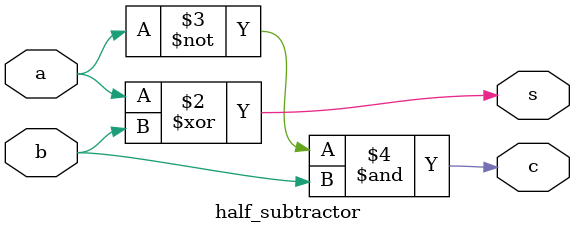
<source format=sv>
`timescale 1ns / 1ps


module half_subtractor(input logic a,input logic b, output logic c, output logic s);
logic s;
logic c;
always @ (a,b)
begin 
s = a^b;
c = ~a&b;
end
endmodule

</source>
